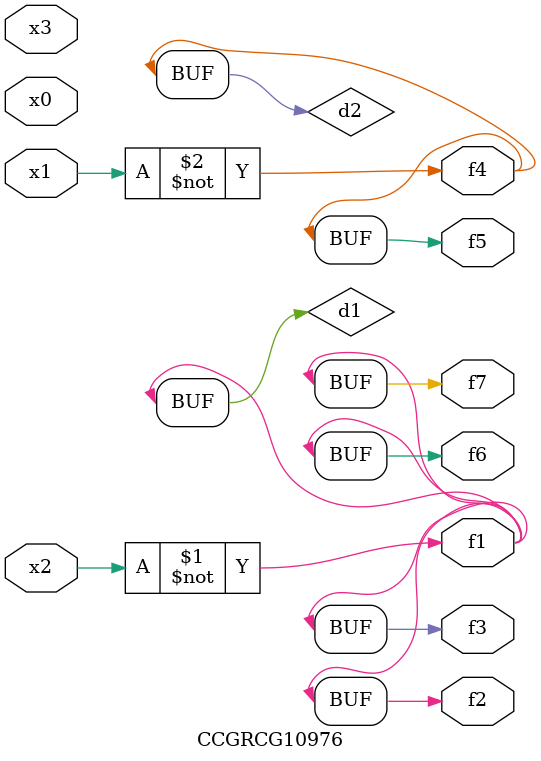
<source format=v>
module CCGRCG10976(
	input x0, x1, x2, x3,
	output f1, f2, f3, f4, f5, f6, f7
);

	wire d1, d2;

	xnor (d1, x2);
	not (d2, x1);
	assign f1 = d1;
	assign f2 = d1;
	assign f3 = d1;
	assign f4 = d2;
	assign f5 = d2;
	assign f6 = d1;
	assign f7 = d1;
endmodule

</source>
